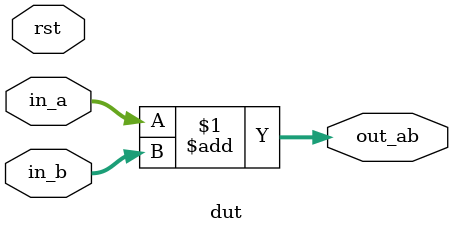
<source format=sv>

module dut
  (
   input            rst,
   
   input      [7:0] in_a,
   input      [7:0] in_b,
   output reg [8:0] out_ab
   );
   
	   
   assign out_ab = in_a + in_b;
   
endmodule

</source>
